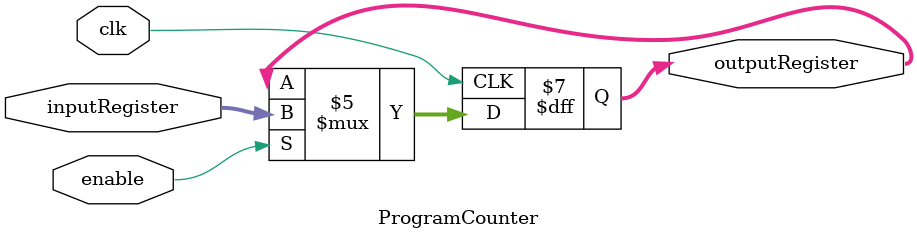
<source format=v>
module ProgramCounter(
	input wire clk,		   
	input wire [31:0] inputRegister,
	output reg [31:0] outputRegister,
	input wire enable
	); 			 
	initial begin
		outputRegister <= 0;
	end

	always @(posedge clk)
		begin						
			if (enable == 1) 	 
				begin
					outputRegister = inputRegister;
			end
	end
endmodule
	
</source>
